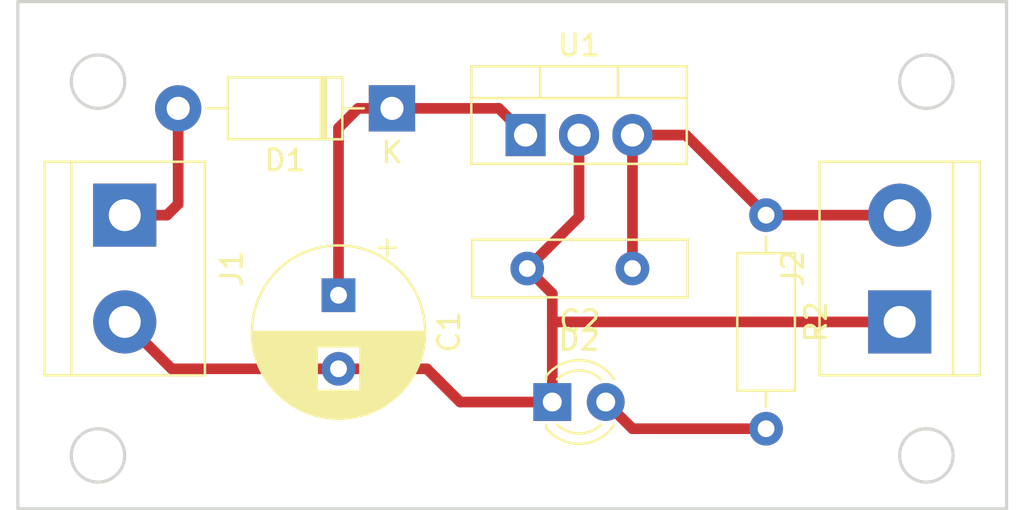
<source format=kicad_pcb>
(kicad_pcb (version 20171130) (host pcbnew "(5.0.2)-1")

  (general
    (thickness 1.6)
    (drawings 8)
    (tracks 25)
    (zones 0)
    (modules 8)
    (nets 6)
  )

  (page A4)
  (title_block
    (title "5V Regulator")
    (date 2019-11-07)
    (rev v1)
    (comment 1 "Črtomir Juren")
  )

  (layers
    (0 F.Cu signal)
    (31 B.Cu signal hide)
    (32 B.Adhes user)
    (33 F.Adhes user)
    (34 B.Paste user)
    (35 F.Paste user)
    (36 B.SilkS user)
    (37 F.SilkS user)
    (38 B.Mask user)
    (39 F.Mask user)
    (40 Dwgs.User user)
    (41 Cmts.User user)
    (42 Eco1.User user)
    (43 Eco2.User user)
    (44 Edge.Cuts user)
    (45 Margin user)
    (46 B.CrtYd user)
    (47 F.CrtYd user)
    (48 B.Fab user)
    (49 F.Fab user)
  )

  (setup
    (last_trace_width 0.508)
    (user_trace_width 0.25)
    (user_trace_width 0.3)
    (user_trace_width 0.381)
    (user_trace_width 0.508)
    (user_trace_width 0.8128)
    (trace_clearance 0.2)
    (zone_clearance 0.508)
    (zone_45_only no)
    (trace_min 0.2)
    (segment_width 0.2)
    (edge_width 0.15)
    (via_size 0.8)
    (via_drill 0.4)
    (via_min_size 0.4)
    (via_min_drill 0.3)
    (uvia_size 0.3)
    (uvia_drill 0.1)
    (uvias_allowed no)
    (uvia_min_size 0.2)
    (uvia_min_drill 0.1)
    (pcb_text_width 0.3)
    (pcb_text_size 1.5 1.5)
    (mod_edge_width 0.15)
    (mod_text_size 1 1)
    (mod_text_width 0.15)
    (pad_size 1.524 1.524)
    (pad_drill 0.762)
    (pad_to_mask_clearance 0.051)
    (solder_mask_min_width 0.25)
    (aux_axis_origin 0 0)
    (visible_elements 7FFFFFFF)
    (pcbplotparams
      (layerselection 0x010fc_ffffffff)
      (usegerberextensions false)
      (usegerberattributes false)
      (usegerberadvancedattributes false)
      (creategerberjobfile false)
      (excludeedgelayer true)
      (linewidth 0.100000)
      (plotframeref false)
      (viasonmask false)
      (mode 1)
      (useauxorigin false)
      (hpglpennumber 1)
      (hpglpenspeed 20)
      (hpglpendiameter 15.000000)
      (psnegative false)
      (psa4output false)
      (plotreference true)
      (plotvalue true)
      (plotinvisibletext false)
      (padsonsilk false)
      (subtractmaskfromsilk false)
      (outputformat 1)
      (mirror false)
      (drillshape 1)
      (scaleselection 1)
      (outputdirectory ""))
  )

  (net 0 "")
  (net 1 /9V)
  (net 2 /5V)
  (net 3 "Net-(C1-Pad1)")
  (net 4 "Net-(C1-Pad2)")
  (net 5 "Net-(D2-Pad2)")

  (net_class Default "This is the default net class."
    (clearance 0.2)
    (trace_width 0.25)
    (via_dia 0.8)
    (via_drill 0.4)
    (uvia_dia 0.3)
    (uvia_drill 0.1)
    (add_net /5V)
    (add_net /9V)
    (add_net "Net-(C1-Pad1)")
    (add_net "Net-(C1-Pad2)")
    (add_net "Net-(D2-Pad2)")
  )

  (module Capacitor_THT:C_Disc_D10.0mm_W2.5mm_P5.00mm (layer F.Cu) (tedit 5AE50EF0) (tstamp 5DC63BAA)
    (at 111.76 127 180)
    (descr "C, Disc series, Radial, pin pitch=5.00mm, , diameter*width=10*2.5mm^2, Capacitor, http://cdn-reichelt.de/documents/datenblatt/B300/DS_KERKO_TC.pdf")
    (tags "C Disc series Radial pin pitch 5.00mm  diameter 10mm width 2.5mm Capacitor")
    (path /5DC2DB32)
    (fp_text reference C2 (at 2.5 -2.5 180) (layer F.SilkS)
      (effects (font (size 1 1) (thickness 0.15)))
    )
    (fp_text value 0,1uF (at 2.5 2.5 180) (layer F.Fab)
      (effects (font (size 1 1) (thickness 0.15)))
    )
    (fp_line (start -2.5 -1.25) (end -2.5 1.25) (layer F.Fab) (width 0.1))
    (fp_line (start -2.5 1.25) (end 7.5 1.25) (layer F.Fab) (width 0.1))
    (fp_line (start 7.5 1.25) (end 7.5 -1.25) (layer F.Fab) (width 0.1))
    (fp_line (start 7.5 -1.25) (end -2.5 -1.25) (layer F.Fab) (width 0.1))
    (fp_line (start -2.62 -1.37) (end 7.62 -1.37) (layer F.SilkS) (width 0.12))
    (fp_line (start -2.62 1.37) (end 7.62 1.37) (layer F.SilkS) (width 0.12))
    (fp_line (start -2.62 -1.37) (end -2.62 1.37) (layer F.SilkS) (width 0.12))
    (fp_line (start 7.62 -1.37) (end 7.62 1.37) (layer F.SilkS) (width 0.12))
    (fp_line (start -2.75 -1.5) (end -2.75 1.5) (layer F.CrtYd) (width 0.05))
    (fp_line (start -2.75 1.5) (end 7.75 1.5) (layer F.CrtYd) (width 0.05))
    (fp_line (start 7.75 1.5) (end 7.75 -1.5) (layer F.CrtYd) (width 0.05))
    (fp_line (start 7.75 -1.5) (end -2.75 -1.5) (layer F.CrtYd) (width 0.05))
    (fp_text user %R (at 2.54 0) (layer F.Fab)
      (effects (font (size 1 1) (thickness 0.15)))
    )
    (pad 1 thru_hole circle (at 0 0 180) (size 1.6 1.6) (drill 0.8) (layers *.Cu *.Mask)
      (net 2 /5V))
    (pad 2 thru_hole circle (at 5 0 180) (size 1.6 1.6) (drill 0.8) (layers *.Cu *.Mask)
      (net 4 "Net-(C1-Pad2)"))
    (model ${KISYS3DMOD}/Capacitor_THT.3dshapes/C_Disc_D10.0mm_W2.5mm_P5.00mm.wrl
      (at (xyz 0 0 0))
      (scale (xyz 1 1 1))
      (rotate (xyz 0 0 0))
    )
  )

  (module Capacitor_THT:CP_Radial_D8.0mm_P3.50mm (layer F.Cu) (tedit 5AE50EF0) (tstamp 5DC63B97)
    (at 97.79 128.27 270)
    (descr "CP, Radial series, Radial, pin pitch=3.50mm, , diameter=8mm, Electrolytic Capacitor")
    (tags "CP Radial series Radial pin pitch 3.50mm  diameter 8mm Electrolytic Capacitor")
    (path /5DC2DAC5)
    (fp_text reference C1 (at 1.75 -5.25 270) (layer F.SilkS)
      (effects (font (size 1 1) (thickness 0.15)))
    )
    (fp_text value 100uF (at 1.75 5.25 270) (layer F.Fab)
      (effects (font (size 1 1) (thickness 0.15)))
    )
    (fp_circle (center 1.75 0) (end 5.75 0) (layer F.Fab) (width 0.1))
    (fp_circle (center 1.75 0) (end 5.87 0) (layer F.SilkS) (width 0.12))
    (fp_circle (center 1.75 0) (end 6 0) (layer F.CrtYd) (width 0.05))
    (fp_line (start -1.676759 -1.7475) (end -0.876759 -1.7475) (layer F.Fab) (width 0.1))
    (fp_line (start -1.276759 -2.1475) (end -1.276759 -1.3475) (layer F.Fab) (width 0.1))
    (fp_line (start 1.75 -4.08) (end 1.75 4.08) (layer F.SilkS) (width 0.12))
    (fp_line (start 1.79 -4.08) (end 1.79 4.08) (layer F.SilkS) (width 0.12))
    (fp_line (start 1.83 -4.08) (end 1.83 4.08) (layer F.SilkS) (width 0.12))
    (fp_line (start 1.87 -4.079) (end 1.87 4.079) (layer F.SilkS) (width 0.12))
    (fp_line (start 1.91 -4.077) (end 1.91 4.077) (layer F.SilkS) (width 0.12))
    (fp_line (start 1.95 -4.076) (end 1.95 4.076) (layer F.SilkS) (width 0.12))
    (fp_line (start 1.99 -4.074) (end 1.99 4.074) (layer F.SilkS) (width 0.12))
    (fp_line (start 2.03 -4.071) (end 2.03 4.071) (layer F.SilkS) (width 0.12))
    (fp_line (start 2.07 -4.068) (end 2.07 4.068) (layer F.SilkS) (width 0.12))
    (fp_line (start 2.11 -4.065) (end 2.11 4.065) (layer F.SilkS) (width 0.12))
    (fp_line (start 2.15 -4.061) (end 2.15 4.061) (layer F.SilkS) (width 0.12))
    (fp_line (start 2.19 -4.057) (end 2.19 4.057) (layer F.SilkS) (width 0.12))
    (fp_line (start 2.23 -4.052) (end 2.23 4.052) (layer F.SilkS) (width 0.12))
    (fp_line (start 2.27 -4.048) (end 2.27 4.048) (layer F.SilkS) (width 0.12))
    (fp_line (start 2.31 -4.042) (end 2.31 4.042) (layer F.SilkS) (width 0.12))
    (fp_line (start 2.35 -4.037) (end 2.35 4.037) (layer F.SilkS) (width 0.12))
    (fp_line (start 2.39 -4.03) (end 2.39 4.03) (layer F.SilkS) (width 0.12))
    (fp_line (start 2.43 -4.024) (end 2.43 4.024) (layer F.SilkS) (width 0.12))
    (fp_line (start 2.471 -4.017) (end 2.471 -1.04) (layer F.SilkS) (width 0.12))
    (fp_line (start 2.471 1.04) (end 2.471 4.017) (layer F.SilkS) (width 0.12))
    (fp_line (start 2.511 -4.01) (end 2.511 -1.04) (layer F.SilkS) (width 0.12))
    (fp_line (start 2.511 1.04) (end 2.511 4.01) (layer F.SilkS) (width 0.12))
    (fp_line (start 2.551 -4.002) (end 2.551 -1.04) (layer F.SilkS) (width 0.12))
    (fp_line (start 2.551 1.04) (end 2.551 4.002) (layer F.SilkS) (width 0.12))
    (fp_line (start 2.591 -3.994) (end 2.591 -1.04) (layer F.SilkS) (width 0.12))
    (fp_line (start 2.591 1.04) (end 2.591 3.994) (layer F.SilkS) (width 0.12))
    (fp_line (start 2.631 -3.985) (end 2.631 -1.04) (layer F.SilkS) (width 0.12))
    (fp_line (start 2.631 1.04) (end 2.631 3.985) (layer F.SilkS) (width 0.12))
    (fp_line (start 2.671 -3.976) (end 2.671 -1.04) (layer F.SilkS) (width 0.12))
    (fp_line (start 2.671 1.04) (end 2.671 3.976) (layer F.SilkS) (width 0.12))
    (fp_line (start 2.711 -3.967) (end 2.711 -1.04) (layer F.SilkS) (width 0.12))
    (fp_line (start 2.711 1.04) (end 2.711 3.967) (layer F.SilkS) (width 0.12))
    (fp_line (start 2.751 -3.957) (end 2.751 -1.04) (layer F.SilkS) (width 0.12))
    (fp_line (start 2.751 1.04) (end 2.751 3.957) (layer F.SilkS) (width 0.12))
    (fp_line (start 2.791 -3.947) (end 2.791 -1.04) (layer F.SilkS) (width 0.12))
    (fp_line (start 2.791 1.04) (end 2.791 3.947) (layer F.SilkS) (width 0.12))
    (fp_line (start 2.831 -3.936) (end 2.831 -1.04) (layer F.SilkS) (width 0.12))
    (fp_line (start 2.831 1.04) (end 2.831 3.936) (layer F.SilkS) (width 0.12))
    (fp_line (start 2.871 -3.925) (end 2.871 -1.04) (layer F.SilkS) (width 0.12))
    (fp_line (start 2.871 1.04) (end 2.871 3.925) (layer F.SilkS) (width 0.12))
    (fp_line (start 2.911 -3.914) (end 2.911 -1.04) (layer F.SilkS) (width 0.12))
    (fp_line (start 2.911 1.04) (end 2.911 3.914) (layer F.SilkS) (width 0.12))
    (fp_line (start 2.951 -3.902) (end 2.951 -1.04) (layer F.SilkS) (width 0.12))
    (fp_line (start 2.951 1.04) (end 2.951 3.902) (layer F.SilkS) (width 0.12))
    (fp_line (start 2.991 -3.889) (end 2.991 -1.04) (layer F.SilkS) (width 0.12))
    (fp_line (start 2.991 1.04) (end 2.991 3.889) (layer F.SilkS) (width 0.12))
    (fp_line (start 3.031 -3.877) (end 3.031 -1.04) (layer F.SilkS) (width 0.12))
    (fp_line (start 3.031 1.04) (end 3.031 3.877) (layer F.SilkS) (width 0.12))
    (fp_line (start 3.071 -3.863) (end 3.071 -1.04) (layer F.SilkS) (width 0.12))
    (fp_line (start 3.071 1.04) (end 3.071 3.863) (layer F.SilkS) (width 0.12))
    (fp_line (start 3.111 -3.85) (end 3.111 -1.04) (layer F.SilkS) (width 0.12))
    (fp_line (start 3.111 1.04) (end 3.111 3.85) (layer F.SilkS) (width 0.12))
    (fp_line (start 3.151 -3.835) (end 3.151 -1.04) (layer F.SilkS) (width 0.12))
    (fp_line (start 3.151 1.04) (end 3.151 3.835) (layer F.SilkS) (width 0.12))
    (fp_line (start 3.191 -3.821) (end 3.191 -1.04) (layer F.SilkS) (width 0.12))
    (fp_line (start 3.191 1.04) (end 3.191 3.821) (layer F.SilkS) (width 0.12))
    (fp_line (start 3.231 -3.805) (end 3.231 -1.04) (layer F.SilkS) (width 0.12))
    (fp_line (start 3.231 1.04) (end 3.231 3.805) (layer F.SilkS) (width 0.12))
    (fp_line (start 3.271 -3.79) (end 3.271 -1.04) (layer F.SilkS) (width 0.12))
    (fp_line (start 3.271 1.04) (end 3.271 3.79) (layer F.SilkS) (width 0.12))
    (fp_line (start 3.311 -3.774) (end 3.311 -1.04) (layer F.SilkS) (width 0.12))
    (fp_line (start 3.311 1.04) (end 3.311 3.774) (layer F.SilkS) (width 0.12))
    (fp_line (start 3.351 -3.757) (end 3.351 -1.04) (layer F.SilkS) (width 0.12))
    (fp_line (start 3.351 1.04) (end 3.351 3.757) (layer F.SilkS) (width 0.12))
    (fp_line (start 3.391 -3.74) (end 3.391 -1.04) (layer F.SilkS) (width 0.12))
    (fp_line (start 3.391 1.04) (end 3.391 3.74) (layer F.SilkS) (width 0.12))
    (fp_line (start 3.431 -3.722) (end 3.431 -1.04) (layer F.SilkS) (width 0.12))
    (fp_line (start 3.431 1.04) (end 3.431 3.722) (layer F.SilkS) (width 0.12))
    (fp_line (start 3.471 -3.704) (end 3.471 -1.04) (layer F.SilkS) (width 0.12))
    (fp_line (start 3.471 1.04) (end 3.471 3.704) (layer F.SilkS) (width 0.12))
    (fp_line (start 3.511 -3.686) (end 3.511 -1.04) (layer F.SilkS) (width 0.12))
    (fp_line (start 3.511 1.04) (end 3.511 3.686) (layer F.SilkS) (width 0.12))
    (fp_line (start 3.551 -3.666) (end 3.551 -1.04) (layer F.SilkS) (width 0.12))
    (fp_line (start 3.551 1.04) (end 3.551 3.666) (layer F.SilkS) (width 0.12))
    (fp_line (start 3.591 -3.647) (end 3.591 -1.04) (layer F.SilkS) (width 0.12))
    (fp_line (start 3.591 1.04) (end 3.591 3.647) (layer F.SilkS) (width 0.12))
    (fp_line (start 3.631 -3.627) (end 3.631 -1.04) (layer F.SilkS) (width 0.12))
    (fp_line (start 3.631 1.04) (end 3.631 3.627) (layer F.SilkS) (width 0.12))
    (fp_line (start 3.671 -3.606) (end 3.671 -1.04) (layer F.SilkS) (width 0.12))
    (fp_line (start 3.671 1.04) (end 3.671 3.606) (layer F.SilkS) (width 0.12))
    (fp_line (start 3.711 -3.584) (end 3.711 -1.04) (layer F.SilkS) (width 0.12))
    (fp_line (start 3.711 1.04) (end 3.711 3.584) (layer F.SilkS) (width 0.12))
    (fp_line (start 3.751 -3.562) (end 3.751 -1.04) (layer F.SilkS) (width 0.12))
    (fp_line (start 3.751 1.04) (end 3.751 3.562) (layer F.SilkS) (width 0.12))
    (fp_line (start 3.791 -3.54) (end 3.791 -1.04) (layer F.SilkS) (width 0.12))
    (fp_line (start 3.791 1.04) (end 3.791 3.54) (layer F.SilkS) (width 0.12))
    (fp_line (start 3.831 -3.517) (end 3.831 -1.04) (layer F.SilkS) (width 0.12))
    (fp_line (start 3.831 1.04) (end 3.831 3.517) (layer F.SilkS) (width 0.12))
    (fp_line (start 3.871 -3.493) (end 3.871 -1.04) (layer F.SilkS) (width 0.12))
    (fp_line (start 3.871 1.04) (end 3.871 3.493) (layer F.SilkS) (width 0.12))
    (fp_line (start 3.911 -3.469) (end 3.911 -1.04) (layer F.SilkS) (width 0.12))
    (fp_line (start 3.911 1.04) (end 3.911 3.469) (layer F.SilkS) (width 0.12))
    (fp_line (start 3.951 -3.444) (end 3.951 -1.04) (layer F.SilkS) (width 0.12))
    (fp_line (start 3.951 1.04) (end 3.951 3.444) (layer F.SilkS) (width 0.12))
    (fp_line (start 3.991 -3.418) (end 3.991 -1.04) (layer F.SilkS) (width 0.12))
    (fp_line (start 3.991 1.04) (end 3.991 3.418) (layer F.SilkS) (width 0.12))
    (fp_line (start 4.031 -3.392) (end 4.031 -1.04) (layer F.SilkS) (width 0.12))
    (fp_line (start 4.031 1.04) (end 4.031 3.392) (layer F.SilkS) (width 0.12))
    (fp_line (start 4.071 -3.365) (end 4.071 -1.04) (layer F.SilkS) (width 0.12))
    (fp_line (start 4.071 1.04) (end 4.071 3.365) (layer F.SilkS) (width 0.12))
    (fp_line (start 4.111 -3.338) (end 4.111 -1.04) (layer F.SilkS) (width 0.12))
    (fp_line (start 4.111 1.04) (end 4.111 3.338) (layer F.SilkS) (width 0.12))
    (fp_line (start 4.151 -3.309) (end 4.151 -1.04) (layer F.SilkS) (width 0.12))
    (fp_line (start 4.151 1.04) (end 4.151 3.309) (layer F.SilkS) (width 0.12))
    (fp_line (start 4.191 -3.28) (end 4.191 -1.04) (layer F.SilkS) (width 0.12))
    (fp_line (start 4.191 1.04) (end 4.191 3.28) (layer F.SilkS) (width 0.12))
    (fp_line (start 4.231 -3.25) (end 4.231 -1.04) (layer F.SilkS) (width 0.12))
    (fp_line (start 4.231 1.04) (end 4.231 3.25) (layer F.SilkS) (width 0.12))
    (fp_line (start 4.271 -3.22) (end 4.271 -1.04) (layer F.SilkS) (width 0.12))
    (fp_line (start 4.271 1.04) (end 4.271 3.22) (layer F.SilkS) (width 0.12))
    (fp_line (start 4.311 -3.189) (end 4.311 -1.04) (layer F.SilkS) (width 0.12))
    (fp_line (start 4.311 1.04) (end 4.311 3.189) (layer F.SilkS) (width 0.12))
    (fp_line (start 4.351 -3.156) (end 4.351 -1.04) (layer F.SilkS) (width 0.12))
    (fp_line (start 4.351 1.04) (end 4.351 3.156) (layer F.SilkS) (width 0.12))
    (fp_line (start 4.391 -3.124) (end 4.391 -1.04) (layer F.SilkS) (width 0.12))
    (fp_line (start 4.391 1.04) (end 4.391 3.124) (layer F.SilkS) (width 0.12))
    (fp_line (start 4.431 -3.09) (end 4.431 -1.04) (layer F.SilkS) (width 0.12))
    (fp_line (start 4.431 1.04) (end 4.431 3.09) (layer F.SilkS) (width 0.12))
    (fp_line (start 4.471 -3.055) (end 4.471 -1.04) (layer F.SilkS) (width 0.12))
    (fp_line (start 4.471 1.04) (end 4.471 3.055) (layer F.SilkS) (width 0.12))
    (fp_line (start 4.511 -3.019) (end 4.511 -1.04) (layer F.SilkS) (width 0.12))
    (fp_line (start 4.511 1.04) (end 4.511 3.019) (layer F.SilkS) (width 0.12))
    (fp_line (start 4.551 -2.983) (end 4.551 2.983) (layer F.SilkS) (width 0.12))
    (fp_line (start 4.591 -2.945) (end 4.591 2.945) (layer F.SilkS) (width 0.12))
    (fp_line (start 4.631 -2.907) (end 4.631 2.907) (layer F.SilkS) (width 0.12))
    (fp_line (start 4.671 -2.867) (end 4.671 2.867) (layer F.SilkS) (width 0.12))
    (fp_line (start 4.711 -2.826) (end 4.711 2.826) (layer F.SilkS) (width 0.12))
    (fp_line (start 4.751 -2.784) (end 4.751 2.784) (layer F.SilkS) (width 0.12))
    (fp_line (start 4.791 -2.741) (end 4.791 2.741) (layer F.SilkS) (width 0.12))
    (fp_line (start 4.831 -2.697) (end 4.831 2.697) (layer F.SilkS) (width 0.12))
    (fp_line (start 4.871 -2.651) (end 4.871 2.651) (layer F.SilkS) (width 0.12))
    (fp_line (start 4.911 -2.604) (end 4.911 2.604) (layer F.SilkS) (width 0.12))
    (fp_line (start 4.951 -2.556) (end 4.951 2.556) (layer F.SilkS) (width 0.12))
    (fp_line (start 4.991 -2.505) (end 4.991 2.505) (layer F.SilkS) (width 0.12))
    (fp_line (start 5.031 -2.454) (end 5.031 2.454) (layer F.SilkS) (width 0.12))
    (fp_line (start 5.071 -2.4) (end 5.071 2.4) (layer F.SilkS) (width 0.12))
    (fp_line (start 5.111 -2.345) (end 5.111 2.345) (layer F.SilkS) (width 0.12))
    (fp_line (start 5.151 -2.287) (end 5.151 2.287) (layer F.SilkS) (width 0.12))
    (fp_line (start 5.191 -2.228) (end 5.191 2.228) (layer F.SilkS) (width 0.12))
    (fp_line (start 5.231 -2.166) (end 5.231 2.166) (layer F.SilkS) (width 0.12))
    (fp_line (start 5.271 -2.102) (end 5.271 2.102) (layer F.SilkS) (width 0.12))
    (fp_line (start 5.311 -2.034) (end 5.311 2.034) (layer F.SilkS) (width 0.12))
    (fp_line (start 5.351 -1.964) (end 5.351 1.964) (layer F.SilkS) (width 0.12))
    (fp_line (start 5.391 -1.89) (end 5.391 1.89) (layer F.SilkS) (width 0.12))
    (fp_line (start 5.431 -1.813) (end 5.431 1.813) (layer F.SilkS) (width 0.12))
    (fp_line (start 5.471 -1.731) (end 5.471 1.731) (layer F.SilkS) (width 0.12))
    (fp_line (start 5.511 -1.645) (end 5.511 1.645) (layer F.SilkS) (width 0.12))
    (fp_line (start 5.551 -1.552) (end 5.551 1.552) (layer F.SilkS) (width 0.12))
    (fp_line (start 5.591 -1.453) (end 5.591 1.453) (layer F.SilkS) (width 0.12))
    (fp_line (start 5.631 -1.346) (end 5.631 1.346) (layer F.SilkS) (width 0.12))
    (fp_line (start 5.671 -1.229) (end 5.671 1.229) (layer F.SilkS) (width 0.12))
    (fp_line (start 5.711 -1.098) (end 5.711 1.098) (layer F.SilkS) (width 0.12))
    (fp_line (start 5.751 -0.948) (end 5.751 0.948) (layer F.SilkS) (width 0.12))
    (fp_line (start 5.791 -0.768) (end 5.791 0.768) (layer F.SilkS) (width 0.12))
    (fp_line (start 5.831 -0.533) (end 5.831 0.533) (layer F.SilkS) (width 0.12))
    (fp_line (start -2.659698 -2.315) (end -1.859698 -2.315) (layer F.SilkS) (width 0.12))
    (fp_line (start -2.259698 -2.715) (end -2.259698 -1.915) (layer F.SilkS) (width 0.12))
    (fp_text user %R (at 1.75 0 270) (layer F.Fab)
      (effects (font (size 1 1) (thickness 0.15)))
    )
    (pad 1 thru_hole rect (at 0 0 270) (size 1.6 1.6) (drill 0.8) (layers *.Cu *.Mask)
      (net 3 "Net-(C1-Pad1)"))
    (pad 2 thru_hole circle (at 3.5 0 270) (size 1.6 1.6) (drill 0.8) (layers *.Cu *.Mask)
      (net 4 "Net-(C1-Pad2)"))
    (model ${KISYS3DMOD}/Capacitor_THT.3dshapes/CP_Radial_D8.0mm_P3.50mm.wrl
      (at (xyz 0 0 0))
      (scale (xyz 1 1 1))
      (rotate (xyz 0 0 0))
    )
  )

  (module TerminalBlock:TerminalBlock_bornier-2_P5.08mm (layer F.Cu) (tedit 59FF03AB) (tstamp 5DC63BF1)
    (at 87.63 124.46 270)
    (descr "simple 2-pin terminal block, pitch 5.08mm, revamped version of bornier2")
    (tags "terminal block bornier2")
    (path /5DC2B6DA)
    (fp_text reference J1 (at 2.54 -5.08 270) (layer F.SilkS)
      (effects (font (size 1 1) (thickness 0.15)))
    )
    (fp_text value "9V Vhod" (at 2.54 5.08 270) (layer F.Fab)
      (effects (font (size 1 1) (thickness 0.15)))
    )
    (fp_line (start 7.79 4) (end -2.71 4) (layer F.CrtYd) (width 0.05))
    (fp_line (start 7.79 4) (end 7.79 -4) (layer F.CrtYd) (width 0.05))
    (fp_line (start -2.71 -4) (end -2.71 4) (layer F.CrtYd) (width 0.05))
    (fp_line (start -2.71 -4) (end 7.79 -4) (layer F.CrtYd) (width 0.05))
    (fp_line (start -2.54 3.81) (end 7.62 3.81) (layer F.SilkS) (width 0.12))
    (fp_line (start -2.54 -3.81) (end -2.54 3.81) (layer F.SilkS) (width 0.12))
    (fp_line (start 7.62 -3.81) (end -2.54 -3.81) (layer F.SilkS) (width 0.12))
    (fp_line (start 7.62 3.81) (end 7.62 -3.81) (layer F.SilkS) (width 0.12))
    (fp_line (start 7.62 2.54) (end -2.54 2.54) (layer F.SilkS) (width 0.12))
    (fp_line (start 7.54 -3.75) (end -2.46 -3.75) (layer F.Fab) (width 0.1))
    (fp_line (start 7.54 3.75) (end 7.54 -3.75) (layer F.Fab) (width 0.1))
    (fp_line (start -2.46 3.75) (end 7.54 3.75) (layer F.Fab) (width 0.1))
    (fp_line (start -2.46 -3.75) (end -2.46 3.75) (layer F.Fab) (width 0.1))
    (fp_line (start -2.41 2.55) (end 7.49 2.55) (layer F.Fab) (width 0.1))
    (fp_text user %R (at 2.54 0 270) (layer F.Fab)
      (effects (font (size 1 1) (thickness 0.15)))
    )
    (pad 2 thru_hole circle (at 5.08 0 270) (size 3 3) (drill 1.52) (layers *.Cu *.Mask)
      (net 4 "Net-(C1-Pad2)"))
    (pad 1 thru_hole rect (at 0 0 270) (size 3 3) (drill 1.52) (layers *.Cu *.Mask)
      (net 1 /9V))
    (model ${KISYS3DMOD}/TerminalBlock.3dshapes/TerminalBlock_bornier-2_P5.08mm.wrl
      (offset (xyz 2.539999961853027 0 0))
      (scale (xyz 1 1 1))
      (rotate (xyz 0 0 0))
    )
  )

  (module Diode_THT:D_DO-41_SOD81_P10.16mm_Horizontal (layer F.Cu) (tedit 5AE50CD5) (tstamp 5DC63BC9)
    (at 100.33 119.38 180)
    (descr "Diode, DO-41_SOD81 series, Axial, Horizontal, pin pitch=10.16mm, , length*diameter=5.2*2.7mm^2, , http://www.diodes.com/_files/packages/DO-41%20(Plastic).pdf")
    (tags "Diode DO-41_SOD81 series Axial Horizontal pin pitch 10.16mm  length 5.2mm diameter 2.7mm")
    (path /5DC2BF54)
    (fp_text reference D1 (at 5.08 -2.47 180) (layer F.SilkS)
      (effects (font (size 1 1) (thickness 0.15)))
    )
    (fp_text value Dioda (at 5.08 2.47 180) (layer F.Fab)
      (effects (font (size 1 1) (thickness 0.15)))
    )
    (fp_line (start 2.48 -1.35) (end 2.48 1.35) (layer F.Fab) (width 0.1))
    (fp_line (start 2.48 1.35) (end 7.68 1.35) (layer F.Fab) (width 0.1))
    (fp_line (start 7.68 1.35) (end 7.68 -1.35) (layer F.Fab) (width 0.1))
    (fp_line (start 7.68 -1.35) (end 2.48 -1.35) (layer F.Fab) (width 0.1))
    (fp_line (start 0 0) (end 2.48 0) (layer F.Fab) (width 0.1))
    (fp_line (start 10.16 0) (end 7.68 0) (layer F.Fab) (width 0.1))
    (fp_line (start 3.26 -1.35) (end 3.26 1.35) (layer F.Fab) (width 0.1))
    (fp_line (start 3.36 -1.35) (end 3.36 1.35) (layer F.Fab) (width 0.1))
    (fp_line (start 3.16 -1.35) (end 3.16 1.35) (layer F.Fab) (width 0.1))
    (fp_line (start 2.36 -1.47) (end 2.36 1.47) (layer F.SilkS) (width 0.12))
    (fp_line (start 2.36 1.47) (end 7.8 1.47) (layer F.SilkS) (width 0.12))
    (fp_line (start 7.8 1.47) (end 7.8 -1.47) (layer F.SilkS) (width 0.12))
    (fp_line (start 7.8 -1.47) (end 2.36 -1.47) (layer F.SilkS) (width 0.12))
    (fp_line (start 1.34 0) (end 2.36 0) (layer F.SilkS) (width 0.12))
    (fp_line (start 8.82 0) (end 7.8 0) (layer F.SilkS) (width 0.12))
    (fp_line (start 3.26 -1.47) (end 3.26 1.47) (layer F.SilkS) (width 0.12))
    (fp_line (start 3.38 -1.47) (end 3.38 1.47) (layer F.SilkS) (width 0.12))
    (fp_line (start 3.14 -1.47) (end 3.14 1.47) (layer F.SilkS) (width 0.12))
    (fp_line (start -1.35 -1.6) (end -1.35 1.6) (layer F.CrtYd) (width 0.05))
    (fp_line (start -1.35 1.6) (end 11.51 1.6) (layer F.CrtYd) (width 0.05))
    (fp_line (start 11.51 1.6) (end 11.51 -1.6) (layer F.CrtYd) (width 0.05))
    (fp_line (start 11.51 -1.6) (end -1.35 -1.6) (layer F.CrtYd) (width 0.05))
    (fp_text user %R (at 5.47 0 180) (layer F.Fab)
      (effects (font (size 1 1) (thickness 0.15)))
    )
    (fp_text user K (at 0 -2.1 180) (layer F.Fab)
      (effects (font (size 1 1) (thickness 0.15)))
    )
    (fp_text user K (at 0 -2.1 180) (layer F.SilkS)
      (effects (font (size 1 1) (thickness 0.15)))
    )
    (pad 1 thru_hole rect (at 0 0 180) (size 2.2 2.2) (drill 1.1) (layers *.Cu *.Mask)
      (net 3 "Net-(C1-Pad1)"))
    (pad 2 thru_hole oval (at 10.16 0 180) (size 2.2 2.2) (drill 1.1) (layers *.Cu *.Mask)
      (net 1 /9V))
    (model ${KISYS3DMOD}/Diode_THT.3dshapes/D_DO-41_SOD81_P10.16mm_Horizontal.wrl
      (at (xyz 0 0 0))
      (scale (xyz 1 1 1))
      (rotate (xyz 0 0 0))
    )
  )

  (module LED_THT:LED_D3.0mm (layer F.Cu) (tedit 587A3A7B) (tstamp 5DC63BDC)
    (at 107.95 133.35)
    (descr "LED, diameter 3.0mm, 2 pins")
    (tags "LED diameter 3.0mm 2 pins")
    (path /5DC3F4BE)
    (fp_text reference D2 (at 1.27 -2.96) (layer F.SilkS)
      (effects (font (size 1 1) (thickness 0.15)))
    )
    (fp_text value LED (at 1.27 2.96 -180) (layer F.Fab)
      (effects (font (size 1 1) (thickness 0.15)))
    )
    (fp_arc (start 1.27 0) (end -0.23 -1.16619) (angle 284.3) (layer F.Fab) (width 0.1))
    (fp_arc (start 1.27 0) (end -0.29 -1.235516) (angle 108.8) (layer F.SilkS) (width 0.12))
    (fp_arc (start 1.27 0) (end -0.29 1.235516) (angle -108.8) (layer F.SilkS) (width 0.12))
    (fp_arc (start 1.27 0) (end 0.229039 -1.08) (angle 87.9) (layer F.SilkS) (width 0.12))
    (fp_arc (start 1.27 0) (end 0.229039 1.08) (angle -87.9) (layer F.SilkS) (width 0.12))
    (fp_circle (center 1.27 0) (end 2.77 0) (layer F.Fab) (width 0.1))
    (fp_line (start -0.23 -1.16619) (end -0.23 1.16619) (layer F.Fab) (width 0.1))
    (fp_line (start -0.29 -1.236) (end -0.29 -1.08) (layer F.SilkS) (width 0.12))
    (fp_line (start -0.29 1.08) (end -0.29 1.236) (layer F.SilkS) (width 0.12))
    (fp_line (start -1.15 -2.25) (end -1.15 2.25) (layer F.CrtYd) (width 0.05))
    (fp_line (start -1.15 2.25) (end 3.7 2.25) (layer F.CrtYd) (width 0.05))
    (fp_line (start 3.7 2.25) (end 3.7 -2.25) (layer F.CrtYd) (width 0.05))
    (fp_line (start 3.7 -2.25) (end -1.15 -2.25) (layer F.CrtYd) (width 0.05))
    (pad 1 thru_hole rect (at 0 0) (size 1.8 1.8) (drill 0.9) (layers *.Cu *.Mask)
      (net 4 "Net-(C1-Pad2)"))
    (pad 2 thru_hole circle (at 2.54 0) (size 1.8 1.8) (drill 0.9) (layers *.Cu *.Mask)
      (net 5 "Net-(D2-Pad2)"))
    (model ${KISYS3DMOD}/LED_THT.3dshapes/LED_D3.0mm.wrl
      (at (xyz 0 0 0))
      (scale (xyz 1 1 1))
      (rotate (xyz 0 0 0))
    )
  )

  (module TerminalBlock:TerminalBlock_bornier-2_P5.08mm (layer F.Cu) (tedit 59FF03AB) (tstamp 5DC63C06)
    (at 124.46 129.54 90)
    (descr "simple 2-pin terminal block, pitch 5.08mm, revamped version of bornier2")
    (tags "terminal block bornier2")
    (path /5DC2B5ED)
    (fp_text reference J2 (at 2.54 -5.08 270) (layer F.SilkS)
      (effects (font (size 1 1) (thickness 0.15)))
    )
    (fp_text value "5V Izhod" (at 2.54 5.08 90) (layer F.Fab)
      (effects (font (size 1 1) (thickness 0.15)))
    )
    (fp_text user %R (at 2.54 0 90) (layer F.Fab)
      (effects (font (size 1 1) (thickness 0.15)))
    )
    (fp_line (start -2.41 2.55) (end 7.49 2.55) (layer F.Fab) (width 0.1))
    (fp_line (start -2.46 -3.75) (end -2.46 3.75) (layer F.Fab) (width 0.1))
    (fp_line (start -2.46 3.75) (end 7.54 3.75) (layer F.Fab) (width 0.1))
    (fp_line (start 7.54 3.75) (end 7.54 -3.75) (layer F.Fab) (width 0.1))
    (fp_line (start 7.54 -3.75) (end -2.46 -3.75) (layer F.Fab) (width 0.1))
    (fp_line (start 7.62 2.54) (end -2.54 2.54) (layer F.SilkS) (width 0.12))
    (fp_line (start 7.62 3.81) (end 7.62 -3.81) (layer F.SilkS) (width 0.12))
    (fp_line (start 7.62 -3.81) (end -2.54 -3.81) (layer F.SilkS) (width 0.12))
    (fp_line (start -2.54 -3.81) (end -2.54 3.81) (layer F.SilkS) (width 0.12))
    (fp_line (start -2.54 3.81) (end 7.62 3.81) (layer F.SilkS) (width 0.12))
    (fp_line (start -2.71 -4) (end 7.79 -4) (layer F.CrtYd) (width 0.05))
    (fp_line (start -2.71 -4) (end -2.71 4) (layer F.CrtYd) (width 0.05))
    (fp_line (start 7.79 4) (end 7.79 -4) (layer F.CrtYd) (width 0.05))
    (fp_line (start 7.79 4) (end -2.71 4) (layer F.CrtYd) (width 0.05))
    (pad 1 thru_hole rect (at 0 0 90) (size 3 3) (drill 1.52) (layers *.Cu *.Mask)
      (net 4 "Net-(C1-Pad2)"))
    (pad 2 thru_hole circle (at 5.08 0 90) (size 3 3) (drill 1.52) (layers *.Cu *.Mask)
      (net 2 /5V))
    (model ${KISYS3DMOD}/TerminalBlock.3dshapes/TerminalBlock_bornier-2_P5.08mm.wrl
      (offset (xyz 2.539999961853027 0 0))
      (scale (xyz 1 1 1))
      (rotate (xyz 0 0 0))
    )
  )

  (module Resistor_THT:R_Axial_DIN0207_L6.3mm_D2.5mm_P10.16mm_Horizontal (layer F.Cu) (tedit 5AE5139B) (tstamp 5DC63C1D)
    (at 118.11 124.46 270)
    (descr "Resistor, Axial_DIN0207 series, Axial, Horizontal, pin pitch=10.16mm, 0.25W = 1/4W, length*diameter=6.3*2.5mm^2, http://cdn-reichelt.de/documents/datenblatt/B400/1_4W%23YAG.pdf")
    (tags "Resistor Axial_DIN0207 series Axial Horizontal pin pitch 10.16mm 0.25W = 1/4W length 6.3mm diameter 2.5mm")
    (path /5DC3F439)
    (fp_text reference R2 (at 5.08 -2.37 270) (layer F.SilkS)
      (effects (font (size 1 1) (thickness 0.15)))
    )
    (fp_text value 220 (at 5.08 2.37 270) (layer F.Fab)
      (effects (font (size 1 1) (thickness 0.15)))
    )
    (fp_line (start 1.93 -1.25) (end 1.93 1.25) (layer F.Fab) (width 0.1))
    (fp_line (start 1.93 1.25) (end 8.23 1.25) (layer F.Fab) (width 0.1))
    (fp_line (start 8.23 1.25) (end 8.23 -1.25) (layer F.Fab) (width 0.1))
    (fp_line (start 8.23 -1.25) (end 1.93 -1.25) (layer F.Fab) (width 0.1))
    (fp_line (start 0 0) (end 1.93 0) (layer F.Fab) (width 0.1))
    (fp_line (start 10.16 0) (end 8.23 0) (layer F.Fab) (width 0.1))
    (fp_line (start 1.81 -1.37) (end 1.81 1.37) (layer F.SilkS) (width 0.12))
    (fp_line (start 1.81 1.37) (end 8.35 1.37) (layer F.SilkS) (width 0.12))
    (fp_line (start 8.35 1.37) (end 8.35 -1.37) (layer F.SilkS) (width 0.12))
    (fp_line (start 8.35 -1.37) (end 1.81 -1.37) (layer F.SilkS) (width 0.12))
    (fp_line (start 1.04 0) (end 1.81 0) (layer F.SilkS) (width 0.12))
    (fp_line (start 9.12 0) (end 8.35 0) (layer F.SilkS) (width 0.12))
    (fp_line (start -1.05 -1.5) (end -1.05 1.5) (layer F.CrtYd) (width 0.05))
    (fp_line (start -1.05 1.5) (end 11.21 1.5) (layer F.CrtYd) (width 0.05))
    (fp_line (start 11.21 1.5) (end 11.21 -1.5) (layer F.CrtYd) (width 0.05))
    (fp_line (start 11.21 -1.5) (end -1.05 -1.5) (layer F.CrtYd) (width 0.05))
    (fp_text user %R (at 5.08 0 270) (layer F.Fab)
      (effects (font (size 1 1) (thickness 0.15)))
    )
    (pad 1 thru_hole circle (at 0 0 270) (size 1.6 1.6) (drill 0.8) (layers *.Cu *.Mask)
      (net 2 /5V))
    (pad 2 thru_hole oval (at 10.16 0 270) (size 1.6 1.6) (drill 0.8) (layers *.Cu *.Mask)
      (net 5 "Net-(D2-Pad2)"))
    (model ${KISYS3DMOD}/Resistor_THT.3dshapes/R_Axial_DIN0207_L6.3mm_D2.5mm_P10.16mm_Horizontal.wrl
      (at (xyz 0 0 0))
      (scale (xyz 1 1 1))
      (rotate (xyz 0 0 0))
    )
  )

  (module Package_TO_SOT_THT:TO-220-3_Vertical (layer F.Cu) (tedit 5AC8BA0D) (tstamp 5DC63C37)
    (at 106.68 120.65)
    (descr "TO-220-3, Vertical, RM 2.54mm, see https://www.vishay.com/docs/66542/to-220-1.pdf")
    (tags "TO-220-3 Vertical RM 2.54mm")
    (path /5DC2ACF0)
    (fp_text reference U1 (at 2.54 -4.27) (layer F.SilkS)
      (effects (font (size 1 1) (thickness 0.15)))
    )
    (fp_text value LM7805_TO220 (at 2.54 2.5) (layer F.Fab)
      (effects (font (size 1 1) (thickness 0.15)))
    )
    (fp_line (start -2.46 -3.15) (end -2.46 1.25) (layer F.Fab) (width 0.1))
    (fp_line (start -2.46 1.25) (end 7.54 1.25) (layer F.Fab) (width 0.1))
    (fp_line (start 7.54 1.25) (end 7.54 -3.15) (layer F.Fab) (width 0.1))
    (fp_line (start 7.54 -3.15) (end -2.46 -3.15) (layer F.Fab) (width 0.1))
    (fp_line (start -2.46 -1.88) (end 7.54 -1.88) (layer F.Fab) (width 0.1))
    (fp_line (start 0.69 -3.15) (end 0.69 -1.88) (layer F.Fab) (width 0.1))
    (fp_line (start 4.39 -3.15) (end 4.39 -1.88) (layer F.Fab) (width 0.1))
    (fp_line (start -2.58 -3.27) (end 7.66 -3.27) (layer F.SilkS) (width 0.12))
    (fp_line (start -2.58 1.371) (end 7.66 1.371) (layer F.SilkS) (width 0.12))
    (fp_line (start -2.58 -3.27) (end -2.58 1.371) (layer F.SilkS) (width 0.12))
    (fp_line (start 7.66 -3.27) (end 7.66 1.371) (layer F.SilkS) (width 0.12))
    (fp_line (start -2.58 -1.76) (end 7.66 -1.76) (layer F.SilkS) (width 0.12))
    (fp_line (start 0.69 -3.27) (end 0.69 -1.76) (layer F.SilkS) (width 0.12))
    (fp_line (start 4.391 -3.27) (end 4.391 -1.76) (layer F.SilkS) (width 0.12))
    (fp_line (start -2.71 -3.4) (end -2.71 1.51) (layer F.CrtYd) (width 0.05))
    (fp_line (start -2.71 1.51) (end 7.79 1.51) (layer F.CrtYd) (width 0.05))
    (fp_line (start 7.79 1.51) (end 7.79 -3.4) (layer F.CrtYd) (width 0.05))
    (fp_line (start 7.79 -3.4) (end -2.71 -3.4) (layer F.CrtYd) (width 0.05))
    (fp_text user %R (at 2.54 -4.27) (layer F.Fab)
      (effects (font (size 1 1) (thickness 0.15)))
    )
    (pad 1 thru_hole rect (at 0 0) (size 1.905 2) (drill 1.1) (layers *.Cu *.Mask)
      (net 3 "Net-(C1-Pad1)"))
    (pad 2 thru_hole oval (at 2.54 0) (size 1.905 2) (drill 1.1) (layers *.Cu *.Mask)
      (net 4 "Net-(C1-Pad2)"))
    (pad 3 thru_hole oval (at 5.08 0) (size 1.905 2) (drill 1.1) (layers *.Cu *.Mask)
      (net 2 /5V))
    (model ${KISYS3DMOD}/Package_TO_SOT_THT.3dshapes/TO-220-3_Vertical.wrl
      (at (xyz 0 0 0))
      (scale (xyz 1 1 1))
      (rotate (xyz 0 0 0))
    )
  )

  (gr_circle (center 125.73 135.89) (end 125.73 134.62) (layer Edge.Cuts) (width 0.15))
  (gr_circle (center 86.36 135.89) (end 87.63 135.89) (layer Edge.Cuts) (width 0.15))
  (gr_circle (center 125.73 118.11) (end 127 118.11) (layer Edge.Cuts) (width 0.15))
  (gr_circle (center 86.36 118.11) (end 86.36 116.84) (layer Edge.Cuts) (width 0.15))
  (gr_line (start 82.55 138.43) (end 82.55 114.3) (layer Edge.Cuts) (width 0.15))
  (gr_line (start 129.54 138.43) (end 82.55 138.43) (layer Edge.Cuts) (width 0.15))
  (gr_line (start 129.54 114.3) (end 129.54 138.43) (layer Edge.Cuts) (width 0.15))
  (gr_line (start 82.55 114.3) (end 129.54 114.3) (layer Edge.Cuts) (width 0.15))

  (segment (start 89.638 124.46) (end 87.63 124.46) (width 0.508) (layer F.Cu) (net 1))
  (segment (start 90.17 123.928) (end 89.638 124.46) (width 0.508) (layer F.Cu) (net 1))
  (segment (start 90.17 119.38) (end 90.17 123.928) (width 0.508) (layer F.Cu) (net 1))
  (segment (start 111.76 120.65) (end 111.76 127) (width 0.508) (layer F.Cu) (net 2))
  (segment (start 124.46 124.46) (end 118.11 124.46) (width 0.508) (layer F.Cu) (net 2))
  (segment (start 114.3 120.65) (end 118.11 124.46) (width 0.508) (layer F.Cu) (net 2))
  (segment (start 111.76 120.65) (end 114.3 120.65) (width 0.508) (layer F.Cu) (net 2))
  (segment (start 98.722 119.38) (end 100.33 119.38) (width 0.508) (layer F.Cu) (net 3))
  (segment (start 97.79 120.312) (end 98.722 119.38) (width 0.508) (layer F.Cu) (net 3))
  (segment (start 97.79 128.27) (end 97.79 120.312) (width 0.508) (layer F.Cu) (net 3))
  (segment (start 105.41 119.38) (end 106.68 120.65) (width 0.508) (layer F.Cu) (net 3))
  (segment (start 100.33 119.38) (end 105.41 119.38) (width 0.508) (layer F.Cu) (net 3))
  (segment (start 89.86 131.77) (end 97.79 131.77) (width 0.508) (layer F.Cu) (net 4))
  (segment (start 87.63 129.54) (end 89.86 131.77) (width 0.508) (layer F.Cu) (net 4))
  (segment (start 97.79 131.77) (end 101.99 131.77) (width 0.508) (layer F.Cu) (net 4))
  (segment (start 103.57 133.35) (end 101.99 131.77) (width 0.508) (layer F.Cu) (net 4))
  (segment (start 107.95 133.35) (end 103.57 133.35) (width 0.508) (layer F.Cu) (net 4))
  (segment (start 107.95 128.19) (end 106.76 127) (width 0.508) (layer F.Cu) (net 4))
  (segment (start 109.22 124.54) (end 106.76 127) (width 0.508) (layer F.Cu) (net 4))
  (segment (start 109.22 120.65) (end 109.22 124.54) (width 0.508) (layer F.Cu) (net 4))
  (segment (start 107.95 129.54) (end 124.46 129.54) (width 0.508) (layer F.Cu) (net 4))
  (segment (start 107.95 129.54) (end 107.95 128.19) (width 0.508) (layer F.Cu) (net 4))
  (segment (start 107.95 133.35) (end 107.95 129.54) (width 0.508) (layer F.Cu) (net 4))
  (segment (start 111.76 134.62) (end 110.49 133.35) (width 0.508) (layer F.Cu) (net 5))
  (segment (start 118.11 134.62) (end 111.76 134.62) (width 0.508) (layer F.Cu) (net 5))

)

</source>
